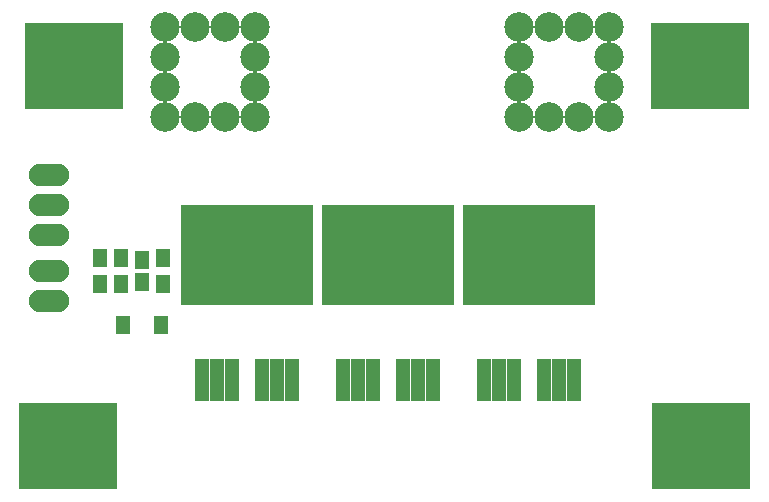
<source format=gbr>
G04 #@! TF.FileFunction,Soldermask,Top*
%FSLAX46Y46*%
G04 Gerber Fmt 4.6, Leading zero omitted, Abs format (unit mm)*
G04 Created by KiCad (PCBNEW 4.0.2-stable) date 9/23/2016 4:14:50 PM*
%MOMM*%
G01*
G04 APERTURE LIST*
%ADD10C,0.100000*%
%ADD11O,3.414980X1.906220*%
%ADD12R,1.310000X1.620000*%
%ADD13R,11.200080X8.550860*%
%ADD14R,1.299160X3.600400*%
%ADD15R,1.150000X1.600000*%
%ADD16R,1.300000X1.600000*%
%ADD17R,8.400000X7.400000*%
%ADD18C,2.500000*%
G04 APERTURE END LIST*
D10*
D11*
X183362600Y-73380600D03*
X183362600Y-70840600D03*
X183362600Y-67818000D03*
X183362600Y-65278000D03*
X183362600Y-62738000D03*
D12*
X192897000Y-75438000D03*
X189627000Y-75438000D03*
D13*
X200152000Y-69537580D03*
D14*
X196342000Y-80139540D03*
X197612000Y-80139540D03*
X198882000Y-80139540D03*
X201422000Y-80139540D03*
X202692000Y-80139540D03*
X203962000Y-80139540D03*
D13*
X212090000Y-69537580D03*
D14*
X208280000Y-80139540D03*
X209550000Y-80139540D03*
X210820000Y-80139540D03*
X213360000Y-80139540D03*
X214630000Y-80139540D03*
X215900000Y-80139540D03*
D13*
X224028000Y-69537580D03*
D14*
X220218000Y-80139540D03*
X221488000Y-80139540D03*
X222758000Y-80139540D03*
X225298000Y-80139540D03*
X226568000Y-80139540D03*
X227838000Y-80139540D03*
D15*
X191262000Y-69916000D03*
X191262000Y-71816000D03*
D16*
X187706000Y-71966000D03*
X187706000Y-69766000D03*
X189484000Y-69766000D03*
X189484000Y-71966000D03*
X193040000Y-71966000D03*
X193040000Y-69766000D03*
D17*
X238610000Y-85725000D03*
X238500000Y-53500000D03*
X185000000Y-85725000D03*
X185500000Y-53500000D03*
D18*
X225730000Y-57810000D03*
X228270000Y-57810000D03*
X230810000Y-57810000D03*
X230810000Y-55270000D03*
X230810000Y-52730000D03*
X230810000Y-50190000D03*
X223190000Y-57810000D03*
X223190000Y-55270000D03*
X223190000Y-52730000D03*
X223190000Y-50190000D03*
X225730000Y-50190000D03*
X228270000Y-50190000D03*
X195730000Y-57810000D03*
X198270000Y-57810000D03*
X200810000Y-57810000D03*
X200810000Y-55270000D03*
X200810000Y-52730000D03*
X200810000Y-50190000D03*
X193190000Y-57810000D03*
X193190000Y-55270000D03*
X193190000Y-52730000D03*
X193190000Y-50190000D03*
X195730000Y-50190000D03*
X198270000Y-50190000D03*
M02*

</source>
